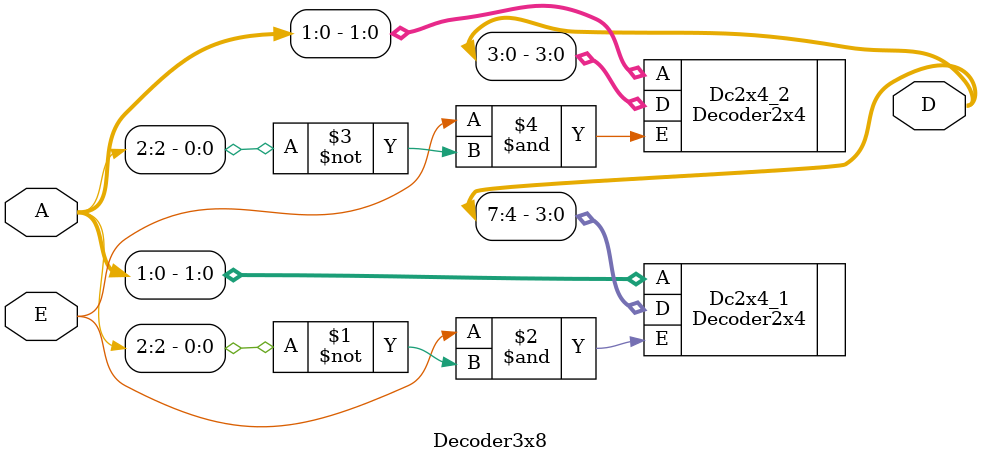
<source format=v>
/*********************************************************
*	File: 				Decoder3x8.v
*	Author: 				Sean Karl Tyrese G. Aguilar
*	Class:				CpE 3101L
*	Group/Schedule:	Group 3 - Friday, 7:30 AM to 10:30 AM
*	Description:		Decoder3x8.v Module
*********************************************************/

module Decoder3x8 (
	input		[2:0] A,
	input				E,
	output	[7:0] D
);

	Decoder2x4 Dc2x4_1(.A(A[1:0]), .E(E & ~A[2]), .D(D[7:4]));

	Decoder2x4 Dc2x4_2(.A(A[1:0]), .E(E & ~A[2]), .D(D[3:0]));

endmodule

</source>
